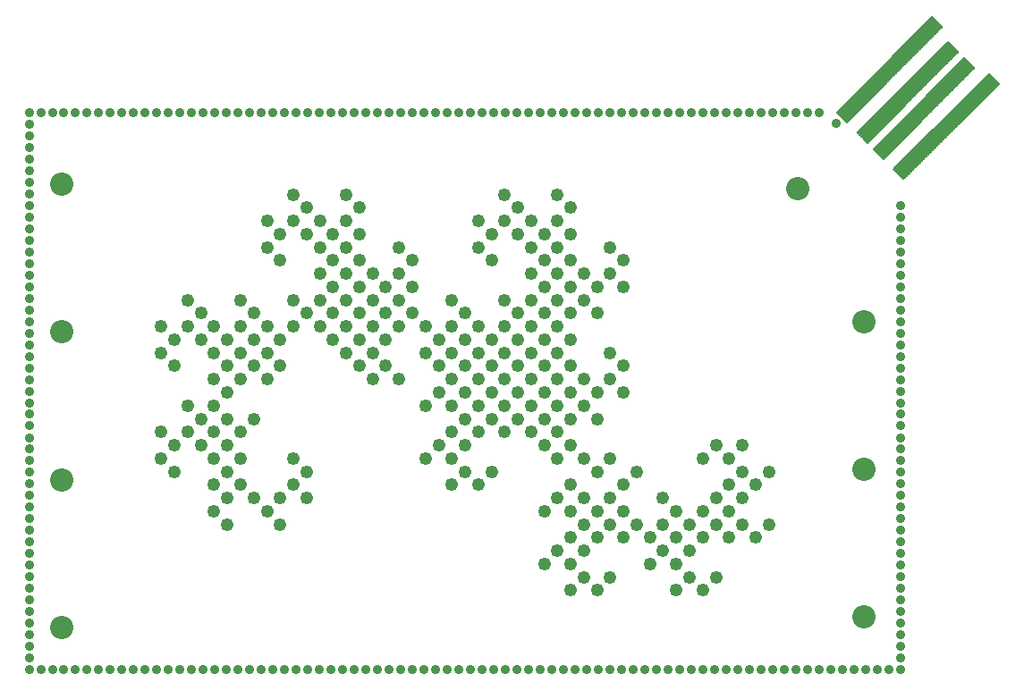
<source format=gts>
G75*
G70*
%OFA0B0*%
%FSLAX24Y24*%
%IPPOS*%
%LPD*%
%AMOC8*
5,1,8,0,0,1.08239X$1,22.5*
%
%ADD10C,0.0492*%
%ADD11C,0.0867*%
%ADD12C,0.0513*%
%ADD13C,0.0058*%
%ADD14C,0.0350*%
D10*
X026593Y025293D03*
X026100Y025785D03*
X026593Y026278D03*
X027085Y026770D03*
X027577Y026278D03*
X028069Y025785D03*
X028561Y025293D03*
X028561Y026278D03*
X029053Y026770D03*
X029545Y027262D03*
X029053Y027754D03*
X029545Y026278D03*
X027085Y027754D03*
X026593Y028246D03*
X027085Y028738D03*
X027577Y029230D03*
X026593Y029230D03*
X026100Y028738D03*
X025608Y028246D03*
X025116Y028738D03*
X024624Y028246D03*
X024132Y027754D03*
X024624Y027262D03*
X026100Y027754D03*
X026593Y027262D03*
X026100Y026770D03*
X024132Y028738D03*
X025116Y029722D03*
X025608Y029230D03*
X026100Y029722D03*
X026593Y030215D03*
X027085Y030707D03*
X027577Y031199D03*
X028069Y031691D03*
X028561Y032183D03*
X028069Y032675D03*
X027577Y032183D03*
X027085Y031691D03*
X026593Y032183D03*
X027085Y032675D03*
X027577Y033167D03*
X027085Y033659D03*
X026100Y032675D03*
X025608Y032183D03*
X025116Y032675D03*
X024624Y032183D03*
X024132Y031691D03*
X024624Y031199D03*
X026100Y031691D03*
X026593Y031199D03*
X026100Y030707D03*
X028069Y030707D03*
X028561Y031199D03*
X029053Y032675D03*
X029545Y033167D03*
X030037Y032675D03*
X030530Y032183D03*
X031022Y031691D03*
X031514Y032183D03*
X032006Y031691D03*
X032498Y032183D03*
X032006Y032675D03*
X032498Y033167D03*
X032990Y032675D03*
X033482Y033167D03*
X033974Y032675D03*
X034467Y032183D03*
X034959Y031691D03*
X035451Y032183D03*
X035943Y031691D03*
X036435Y032183D03*
X036927Y031691D03*
X036435Y031199D03*
X035943Y030707D03*
X035451Y031199D03*
X034959Y030707D03*
X035451Y030215D03*
X035943Y029722D03*
X036435Y029230D03*
X035943Y028738D03*
X035451Y028246D03*
X034959Y027754D03*
X035451Y027262D03*
X035943Y026770D03*
X036435Y027262D03*
X034959Y026770D03*
X033974Y027754D03*
X034467Y028246D03*
X034959Y028738D03*
X035451Y029230D03*
X034959Y029722D03*
X034467Y030215D03*
X033974Y029722D03*
X032990Y030707D03*
X032498Y031199D03*
X032006Y030707D03*
X031514Y031199D03*
X031022Y032675D03*
X031514Y033167D03*
X032006Y033659D03*
X032498Y034152D03*
X032006Y034644D03*
X031514Y035136D03*
X031022Y035628D03*
X031514Y036120D03*
X031022Y036612D03*
X031514Y037104D03*
X031022Y037596D03*
X030037Y036612D03*
X029545Y036120D03*
X029053Y036612D03*
X028561Y036120D03*
X028069Y035628D03*
X028561Y035136D03*
X028069Y036612D03*
X029053Y037596D03*
X029545Y037104D03*
X030530Y036120D03*
X030037Y035628D03*
X030530Y035136D03*
X031022Y034644D03*
X031514Y034152D03*
X031022Y033659D03*
X030530Y033167D03*
X030037Y033659D03*
X030530Y034152D03*
X030037Y034644D03*
X029053Y033659D03*
X025608Y033167D03*
X025116Y033659D03*
X024132Y032675D03*
X032990Y033659D03*
X033482Y034152D03*
X032990Y034644D03*
X033482Y035136D03*
X032990Y035628D03*
X034959Y033659D03*
X035451Y033167D03*
X035943Y032675D03*
X036927Y032675D03*
X037419Y032183D03*
X037911Y031691D03*
X037419Y031199D03*
X036927Y030707D03*
X036435Y030215D03*
X036927Y029722D03*
X037419Y029230D03*
X036927Y028738D03*
X037911Y028738D03*
X038404Y028246D03*
X038896Y027754D03*
X039388Y028246D03*
X039880Y027754D03*
X040372Y027262D03*
X040864Y027754D03*
X041356Y026770D03*
X041848Y027262D03*
X040864Y026278D03*
X040372Y025785D03*
X039880Y025293D03*
X040372Y024801D03*
X039880Y024309D03*
X039388Y023817D03*
X039880Y023325D03*
X040372Y022833D03*
X040864Y023325D03*
X041356Y024801D03*
X040864Y025293D03*
X041356Y025785D03*
X041848Y025293D03*
X042341Y024801D03*
X042833Y024309D03*
X043325Y023817D03*
X043817Y024309D03*
X044309Y024801D03*
X043817Y025293D03*
X043325Y024801D03*
X042833Y025293D03*
X043325Y025785D03*
X042833Y026278D03*
X044309Y025785D03*
X044801Y025293D03*
X045293Y024801D03*
X045785Y025293D03*
X045293Y025785D03*
X044801Y026278D03*
X045293Y026770D03*
X045785Y027262D03*
X045293Y027754D03*
X044801Y028246D03*
X044309Y027754D03*
X045785Y028246D03*
X046770Y027262D03*
X046278Y026770D03*
X045785Y026278D03*
X046770Y025293D03*
X046278Y024801D03*
X044801Y023325D03*
X044309Y022833D03*
X043817Y023325D03*
X043325Y022833D03*
X042341Y023817D03*
X039388Y024801D03*
X038896Y024309D03*
X038404Y023817D03*
X039388Y022833D03*
X039388Y025785D03*
X039880Y026278D03*
X039388Y026770D03*
X038896Y026278D03*
X038404Y025785D03*
X038896Y028738D03*
X039388Y029230D03*
X039880Y029722D03*
X040372Y029230D03*
X040372Y030215D03*
X039880Y030707D03*
X039388Y031199D03*
X038896Y031691D03*
X039388Y032183D03*
X038896Y032675D03*
X039388Y033167D03*
X039880Y033659D03*
X040372Y033167D03*
X040372Y034152D03*
X039880Y034644D03*
X039388Y035136D03*
X038896Y035628D03*
X039388Y036120D03*
X038896Y036612D03*
X039388Y037104D03*
X038896Y037596D03*
X037911Y036612D03*
X037419Y036120D03*
X036927Y036612D03*
X036435Y036120D03*
X035943Y035628D03*
X036435Y035136D03*
X035943Y036612D03*
X036927Y037596D03*
X037419Y037104D03*
X038404Y036120D03*
X037911Y035628D03*
X038404Y035136D03*
X038896Y034644D03*
X039388Y034152D03*
X038896Y033659D03*
X038404Y033167D03*
X037911Y032675D03*
X037419Y033167D03*
X036927Y033659D03*
X037911Y033659D03*
X038404Y034152D03*
X037911Y034644D03*
X040864Y034644D03*
X041356Y035136D03*
X040864Y035628D03*
X041356Y034152D03*
X040864Y031691D03*
X041356Y031199D03*
X040864Y030707D03*
X041356Y030215D03*
X039388Y030215D03*
X038896Y030707D03*
X038404Y031199D03*
X037911Y030707D03*
X037419Y030215D03*
X037911Y029722D03*
X038404Y029230D03*
X038896Y029722D03*
X038404Y030215D03*
X038404Y032183D03*
X034959Y032675D03*
X033974Y031691D03*
X034467Y031199D03*
D11*
X047862Y037823D03*
X050303Y032862D03*
X050303Y027350D03*
X050303Y021839D03*
X020421Y021445D03*
X020421Y026957D03*
X020421Y032469D03*
X020421Y037980D03*
D12*
X020421Y037980D03*
X020421Y032469D03*
X020421Y026957D03*
X020421Y021445D03*
X047862Y037823D03*
X050303Y032862D03*
X050303Y027350D03*
X050303Y021839D03*
D13*
X051800Y038167D02*
X051430Y038537D01*
X054980Y042087D01*
X055350Y041717D01*
X051800Y038167D01*
X051857Y038224D02*
X051743Y038224D01*
X051686Y038281D02*
X051914Y038281D01*
X051971Y038338D02*
X051629Y038338D01*
X051572Y038395D02*
X052028Y038395D01*
X052085Y038452D02*
X051515Y038452D01*
X051458Y038509D02*
X052142Y038509D01*
X052199Y038566D02*
X051459Y038566D01*
X051516Y038623D02*
X052256Y038623D01*
X052313Y038680D02*
X051573Y038680D01*
X051630Y038737D02*
X052370Y038737D01*
X052427Y038794D02*
X051687Y038794D01*
X051744Y038851D02*
X052484Y038851D01*
X052541Y038908D02*
X051801Y038908D01*
X051858Y038965D02*
X052598Y038965D01*
X052655Y039022D02*
X051915Y039022D01*
X051972Y039079D02*
X052712Y039079D01*
X052769Y039136D02*
X052029Y039136D01*
X052086Y039193D02*
X052826Y039193D01*
X052883Y039250D02*
X052143Y039250D01*
X052200Y039307D02*
X052940Y039307D01*
X052997Y039364D02*
X052257Y039364D01*
X052314Y039421D02*
X053054Y039421D01*
X053111Y039478D02*
X052371Y039478D01*
X052428Y039535D02*
X053168Y039535D01*
X053225Y039592D02*
X052485Y039592D01*
X052542Y039649D02*
X053282Y039649D01*
X053339Y039706D02*
X052599Y039706D01*
X052656Y039763D02*
X053396Y039763D01*
X053453Y039820D02*
X052713Y039820D01*
X052770Y039877D02*
X053510Y039877D01*
X053567Y039934D02*
X052827Y039934D01*
X052884Y039991D02*
X053624Y039991D01*
X053681Y040048D02*
X052941Y040048D01*
X052998Y040105D02*
X053738Y040105D01*
X053795Y040162D02*
X053055Y040162D01*
X053112Y040219D02*
X053852Y040219D01*
X053909Y040276D02*
X053169Y040276D01*
X053226Y040333D02*
X053966Y040333D01*
X054023Y040390D02*
X053283Y040390D01*
X053340Y040447D02*
X054080Y040447D01*
X054137Y040504D02*
X053397Y040504D01*
X053454Y040561D02*
X054194Y040561D01*
X054251Y040618D02*
X053511Y040618D01*
X053568Y040675D02*
X054308Y040675D01*
X054365Y040732D02*
X053625Y040732D01*
X053682Y040789D02*
X054422Y040789D01*
X054479Y040846D02*
X053739Y040846D01*
X053796Y040903D02*
X054536Y040903D01*
X054593Y040960D02*
X053853Y040960D01*
X053910Y041017D02*
X054650Y041017D01*
X054707Y041074D02*
X053967Y041074D01*
X054024Y041131D02*
X054764Y041131D01*
X054821Y041188D02*
X054081Y041188D01*
X054138Y041245D02*
X054878Y041245D01*
X054935Y041302D02*
X054195Y041302D01*
X054252Y041359D02*
X054992Y041359D01*
X055049Y041416D02*
X054309Y041416D01*
X054366Y041473D02*
X055106Y041473D01*
X055163Y041530D02*
X054423Y041530D01*
X054480Y041587D02*
X055220Y041587D01*
X055277Y041644D02*
X054537Y041644D01*
X054594Y041701D02*
X055334Y041701D01*
X055309Y041758D02*
X054651Y041758D01*
X054708Y041815D02*
X055252Y041815D01*
X055195Y041872D02*
X054765Y041872D01*
X054822Y041929D02*
X055138Y041929D01*
X055081Y041986D02*
X054879Y041986D01*
X054936Y042043D02*
X055024Y042043D01*
X051040Y038928D02*
X050671Y039297D01*
X054044Y042670D01*
X054413Y042301D01*
X051040Y038928D01*
X051097Y038985D02*
X050983Y038985D01*
X050926Y039042D02*
X051154Y039042D01*
X051211Y039099D02*
X050869Y039099D01*
X050812Y039156D02*
X051268Y039156D01*
X051325Y039213D02*
X050755Y039213D01*
X050698Y039270D02*
X051382Y039270D01*
X051439Y039327D02*
X050701Y039327D01*
X050758Y039384D02*
X051496Y039384D01*
X051553Y039441D02*
X050815Y039441D01*
X050872Y039498D02*
X051610Y039498D01*
X051667Y039555D02*
X050929Y039555D01*
X050986Y039612D02*
X051724Y039612D01*
X051781Y039669D02*
X051043Y039669D01*
X051100Y039726D02*
X051838Y039726D01*
X051895Y039783D02*
X051157Y039783D01*
X051214Y039840D02*
X051952Y039840D01*
X052009Y039897D02*
X051271Y039897D01*
X051328Y039954D02*
X052066Y039954D01*
X052123Y040011D02*
X051385Y040011D01*
X051442Y040068D02*
X052180Y040068D01*
X052237Y040125D02*
X051499Y040125D01*
X051556Y040182D02*
X052294Y040182D01*
X052351Y040239D02*
X051613Y040239D01*
X051670Y040296D02*
X052408Y040296D01*
X052465Y040353D02*
X051727Y040353D01*
X051784Y040410D02*
X052522Y040410D01*
X052579Y040467D02*
X051841Y040467D01*
X051898Y040524D02*
X052636Y040524D01*
X052693Y040581D02*
X051955Y040581D01*
X052012Y040638D02*
X052750Y040638D01*
X052807Y040695D02*
X052069Y040695D01*
X052126Y040752D02*
X052864Y040752D01*
X052921Y040809D02*
X052183Y040809D01*
X052240Y040866D02*
X052978Y040866D01*
X053035Y040923D02*
X052297Y040923D01*
X052354Y040980D02*
X053092Y040980D01*
X053149Y041037D02*
X052411Y041037D01*
X052468Y041094D02*
X053206Y041094D01*
X053263Y041151D02*
X052525Y041151D01*
X052582Y041208D02*
X053320Y041208D01*
X053377Y041265D02*
X052639Y041265D01*
X052696Y041322D02*
X053434Y041322D01*
X053491Y041379D02*
X052753Y041379D01*
X052810Y041436D02*
X053548Y041436D01*
X053605Y041493D02*
X052867Y041493D01*
X052924Y041550D02*
X053662Y041550D01*
X053719Y041607D02*
X052981Y041607D01*
X053038Y041664D02*
X053776Y041664D01*
X053833Y041721D02*
X053095Y041721D01*
X053152Y041778D02*
X053890Y041778D01*
X053947Y041835D02*
X053209Y041835D01*
X053266Y041892D02*
X054004Y041892D01*
X054061Y041949D02*
X053323Y041949D01*
X053380Y042006D02*
X054118Y042006D01*
X054175Y042063D02*
X053437Y042063D01*
X053494Y042120D02*
X054232Y042120D01*
X054289Y042177D02*
X053551Y042177D01*
X053608Y042234D02*
X054346Y042234D01*
X054403Y042291D02*
X053665Y042291D01*
X053722Y042348D02*
X054366Y042348D01*
X054309Y042405D02*
X053779Y042405D01*
X053836Y042462D02*
X054252Y042462D01*
X054195Y042519D02*
X053893Y042519D01*
X053950Y042576D02*
X054138Y042576D01*
X054081Y042633D02*
X054007Y042633D01*
X050439Y039529D02*
X050070Y039898D01*
X053443Y043271D01*
X053812Y042902D01*
X050439Y039529D01*
X050496Y039586D02*
X050382Y039586D01*
X050325Y039643D02*
X050553Y039643D01*
X050610Y039700D02*
X050268Y039700D01*
X050211Y039757D02*
X050667Y039757D01*
X050724Y039814D02*
X050154Y039814D01*
X050097Y039871D02*
X050781Y039871D01*
X050838Y039928D02*
X050100Y039928D01*
X050157Y039985D02*
X050895Y039985D01*
X050952Y040042D02*
X050214Y040042D01*
X050271Y040099D02*
X051009Y040099D01*
X051066Y040156D02*
X050328Y040156D01*
X050385Y040213D02*
X051123Y040213D01*
X051180Y040270D02*
X050442Y040270D01*
X050499Y040327D02*
X051237Y040327D01*
X051294Y040384D02*
X050556Y040384D01*
X050613Y040441D02*
X051351Y040441D01*
X051408Y040498D02*
X050670Y040498D01*
X050727Y040555D02*
X051465Y040555D01*
X051522Y040612D02*
X050784Y040612D01*
X050841Y040669D02*
X051579Y040669D01*
X051636Y040726D02*
X050898Y040726D01*
X050955Y040783D02*
X051693Y040783D01*
X051750Y040840D02*
X051012Y040840D01*
X051069Y040897D02*
X051807Y040897D01*
X051864Y040954D02*
X051126Y040954D01*
X051183Y041011D02*
X051921Y041011D01*
X051978Y041068D02*
X051240Y041068D01*
X051297Y041125D02*
X052035Y041125D01*
X052092Y041182D02*
X051354Y041182D01*
X051411Y041239D02*
X052149Y041239D01*
X052206Y041296D02*
X051468Y041296D01*
X051525Y041353D02*
X052263Y041353D01*
X052320Y041410D02*
X051582Y041410D01*
X051639Y041467D02*
X052377Y041467D01*
X052434Y041524D02*
X051696Y041524D01*
X051753Y041581D02*
X052491Y041581D01*
X052548Y041638D02*
X051810Y041638D01*
X051867Y041695D02*
X052605Y041695D01*
X052662Y041752D02*
X051924Y041752D01*
X051981Y041809D02*
X052719Y041809D01*
X052776Y041866D02*
X052038Y041866D01*
X052095Y041923D02*
X052833Y041923D01*
X052890Y041980D02*
X052152Y041980D01*
X052209Y042037D02*
X052947Y042037D01*
X053004Y042094D02*
X052266Y042094D01*
X052323Y042151D02*
X053061Y042151D01*
X053118Y042208D02*
X052380Y042208D01*
X052437Y042265D02*
X053175Y042265D01*
X053232Y042322D02*
X052494Y042322D01*
X052551Y042379D02*
X053289Y042379D01*
X053346Y042436D02*
X052608Y042436D01*
X052665Y042493D02*
X053403Y042493D01*
X053460Y042550D02*
X052722Y042550D01*
X052779Y042607D02*
X053517Y042607D01*
X053574Y042664D02*
X052836Y042664D01*
X052893Y042721D02*
X053631Y042721D01*
X053688Y042778D02*
X052950Y042778D01*
X053007Y042835D02*
X053745Y042835D01*
X053802Y042892D02*
X053064Y042892D01*
X053121Y042949D02*
X053765Y042949D01*
X053708Y043006D02*
X053178Y043006D01*
X053235Y043063D02*
X053651Y043063D01*
X053594Y043120D02*
X053292Y043120D01*
X053349Y043177D02*
X053537Y043177D01*
X053480Y043234D02*
X053406Y043234D01*
X049679Y040289D02*
X049309Y040659D01*
X052859Y044209D01*
X053229Y043839D01*
X049679Y040289D01*
X049736Y040346D02*
X049622Y040346D01*
X049565Y040403D02*
X049793Y040403D01*
X049850Y040460D02*
X049508Y040460D01*
X049451Y040517D02*
X049907Y040517D01*
X049964Y040574D02*
X049394Y040574D01*
X049337Y040631D02*
X050021Y040631D01*
X050078Y040688D02*
X049338Y040688D01*
X049395Y040745D02*
X050135Y040745D01*
X050192Y040802D02*
X049452Y040802D01*
X049509Y040859D02*
X050249Y040859D01*
X050306Y040916D02*
X049566Y040916D01*
X049623Y040973D02*
X050363Y040973D01*
X050420Y041030D02*
X049680Y041030D01*
X049737Y041087D02*
X050477Y041087D01*
X050534Y041144D02*
X049794Y041144D01*
X049851Y041201D02*
X050591Y041201D01*
X050648Y041258D02*
X049908Y041258D01*
X049965Y041315D02*
X050705Y041315D01*
X050762Y041372D02*
X050022Y041372D01*
X050079Y041429D02*
X050819Y041429D01*
X050876Y041486D02*
X050136Y041486D01*
X050193Y041543D02*
X050933Y041543D01*
X050990Y041600D02*
X050250Y041600D01*
X050307Y041657D02*
X051047Y041657D01*
X051104Y041714D02*
X050364Y041714D01*
X050421Y041771D02*
X051161Y041771D01*
X051218Y041828D02*
X050478Y041828D01*
X050535Y041885D02*
X051275Y041885D01*
X051332Y041942D02*
X050592Y041942D01*
X050649Y041999D02*
X051389Y041999D01*
X051446Y042056D02*
X050706Y042056D01*
X050763Y042113D02*
X051503Y042113D01*
X051560Y042170D02*
X050820Y042170D01*
X050877Y042227D02*
X051617Y042227D01*
X051674Y042284D02*
X050934Y042284D01*
X050991Y042341D02*
X051731Y042341D01*
X051788Y042398D02*
X051048Y042398D01*
X051105Y042455D02*
X051845Y042455D01*
X051902Y042512D02*
X051162Y042512D01*
X051219Y042569D02*
X051959Y042569D01*
X052016Y042626D02*
X051276Y042626D01*
X051333Y042683D02*
X052073Y042683D01*
X052130Y042740D02*
X051390Y042740D01*
X051447Y042797D02*
X052187Y042797D01*
X052244Y042854D02*
X051504Y042854D01*
X051561Y042911D02*
X052301Y042911D01*
X052358Y042968D02*
X051618Y042968D01*
X051675Y043025D02*
X052415Y043025D01*
X052472Y043082D02*
X051732Y043082D01*
X051789Y043139D02*
X052529Y043139D01*
X052586Y043196D02*
X051846Y043196D01*
X051903Y043253D02*
X052643Y043253D01*
X052700Y043310D02*
X051960Y043310D01*
X052017Y043367D02*
X052757Y043367D01*
X052814Y043424D02*
X052074Y043424D01*
X052131Y043481D02*
X052871Y043481D01*
X052928Y043538D02*
X052188Y043538D01*
X052245Y043595D02*
X052985Y043595D01*
X053042Y043652D02*
X052302Y043652D01*
X052359Y043709D02*
X053099Y043709D01*
X053156Y043766D02*
X052416Y043766D01*
X052473Y043823D02*
X053213Y043823D01*
X053188Y043880D02*
X052530Y043880D01*
X052587Y043937D02*
X053131Y043937D01*
X053074Y043994D02*
X052644Y043994D01*
X052701Y044051D02*
X053017Y044051D01*
X052960Y044108D02*
X052758Y044108D01*
X052815Y044165D02*
X052903Y044165D01*
D14*
X019201Y019870D03*
X019634Y019870D03*
X020067Y019870D03*
X020500Y019870D03*
X020933Y019870D03*
X021366Y019870D03*
X021799Y019870D03*
X022232Y019870D03*
X022665Y019870D03*
X023098Y019870D03*
X023531Y019870D03*
X023965Y019870D03*
X024398Y019870D03*
X024831Y019870D03*
X025264Y019870D03*
X025697Y019870D03*
X026130Y019870D03*
X026563Y019870D03*
X026996Y019870D03*
X027429Y019870D03*
X027862Y019870D03*
X028295Y019870D03*
X028728Y019870D03*
X029161Y019870D03*
X029594Y019870D03*
X030028Y019870D03*
X030461Y019870D03*
X030894Y019870D03*
X031327Y019870D03*
X031760Y019870D03*
X032193Y019870D03*
X032626Y019870D03*
X033059Y019870D03*
X033492Y019870D03*
X033925Y019870D03*
X034358Y019870D03*
X034791Y019870D03*
X035224Y019870D03*
X035657Y019870D03*
X036091Y019870D03*
X036524Y019870D03*
X036957Y019870D03*
X037390Y019870D03*
X037823Y019870D03*
X038256Y019870D03*
X038689Y019870D03*
X039122Y019870D03*
X039555Y019870D03*
X039988Y019870D03*
X040421Y019870D03*
X040854Y019870D03*
X041287Y019870D03*
X041720Y019870D03*
X042154Y019870D03*
X042587Y019870D03*
X043020Y019870D03*
X043453Y019870D03*
X043886Y019870D03*
X044319Y019870D03*
X044752Y019870D03*
X045185Y019870D03*
X045618Y019870D03*
X046051Y019870D03*
X046484Y019870D03*
X046917Y019870D03*
X047350Y019870D03*
X047783Y019870D03*
X048217Y019870D03*
X048650Y019870D03*
X049083Y019870D03*
X049516Y019870D03*
X049949Y019870D03*
X050382Y019870D03*
X050815Y019870D03*
X051248Y019870D03*
X051681Y019870D03*
X051681Y020303D03*
X051681Y020736D03*
X051681Y021169D03*
X051681Y021602D03*
X051681Y022035D03*
X051681Y022469D03*
X051681Y022902D03*
X051681Y023335D03*
X051681Y023768D03*
X051681Y024201D03*
X051681Y024634D03*
X051681Y025067D03*
X051681Y025500D03*
X051681Y025933D03*
X051681Y026366D03*
X051681Y026799D03*
X051681Y027232D03*
X051681Y027665D03*
X051681Y028098D03*
X051681Y028531D03*
X051681Y028965D03*
X051681Y029398D03*
X051681Y029831D03*
X051681Y030264D03*
X051681Y030697D03*
X051681Y031130D03*
X051681Y031563D03*
X051681Y031996D03*
X051681Y032429D03*
X051681Y032862D03*
X051681Y033295D03*
X051681Y033728D03*
X051681Y034161D03*
X051681Y034594D03*
X051681Y035028D03*
X051681Y035461D03*
X051681Y035894D03*
X051681Y036327D03*
X051681Y036760D03*
X051681Y037193D03*
X049280Y040259D03*
X048650Y040657D03*
X048217Y040657D03*
X047783Y040657D03*
X047350Y040657D03*
X046917Y040657D03*
X046484Y040657D03*
X046051Y040657D03*
X045618Y040657D03*
X045185Y040657D03*
X044752Y040657D03*
X044319Y040657D03*
X043886Y040657D03*
X043453Y040657D03*
X043020Y040657D03*
X042587Y040657D03*
X042154Y040657D03*
X041720Y040657D03*
X041287Y040657D03*
X040854Y040657D03*
X040421Y040657D03*
X039988Y040657D03*
X039555Y040657D03*
X039122Y040657D03*
X038689Y040657D03*
X038256Y040657D03*
X037823Y040657D03*
X037390Y040657D03*
X036957Y040657D03*
X036524Y040657D03*
X036091Y040657D03*
X035657Y040657D03*
X035224Y040657D03*
X034791Y040657D03*
X034358Y040657D03*
X033925Y040657D03*
X033492Y040657D03*
X033059Y040657D03*
X032626Y040657D03*
X032193Y040657D03*
X031760Y040657D03*
X031327Y040657D03*
X030894Y040657D03*
X030461Y040657D03*
X030028Y040657D03*
X029594Y040657D03*
X029161Y040657D03*
X028728Y040657D03*
X028295Y040657D03*
X027862Y040657D03*
X027429Y040657D03*
X026996Y040657D03*
X026563Y040657D03*
X026130Y040657D03*
X025697Y040657D03*
X025264Y040657D03*
X024831Y040657D03*
X024398Y040657D03*
X023965Y040657D03*
X023531Y040657D03*
X023098Y040657D03*
X022665Y040657D03*
X022232Y040657D03*
X021799Y040657D03*
X021366Y040657D03*
X020933Y040657D03*
X020500Y040657D03*
X020067Y040657D03*
X019634Y040657D03*
X019201Y040657D03*
X019201Y040224D03*
X019201Y039791D03*
X019201Y039358D03*
X019201Y038925D03*
X019201Y038492D03*
X019201Y038059D03*
X019201Y037626D03*
X019201Y037193D03*
X019201Y036760D03*
X019201Y036327D03*
X019201Y035894D03*
X019201Y035461D03*
X019201Y035028D03*
X019201Y034594D03*
X019201Y034161D03*
X019201Y033728D03*
X019201Y033295D03*
X019201Y032862D03*
X019201Y032429D03*
X019201Y031996D03*
X019201Y031563D03*
X019201Y031130D03*
X019201Y030697D03*
X019201Y030264D03*
X019201Y029831D03*
X019201Y029398D03*
X019201Y028965D03*
X019201Y028531D03*
X019201Y028098D03*
X019201Y027665D03*
X019201Y027232D03*
X019201Y026799D03*
X019201Y026366D03*
X019201Y025933D03*
X019201Y025500D03*
X019201Y025067D03*
X019201Y024634D03*
X019201Y024201D03*
X019201Y023768D03*
X019201Y023335D03*
X019201Y022902D03*
X019201Y022469D03*
X019201Y022035D03*
X019201Y021602D03*
X019201Y021169D03*
X019201Y020736D03*
X019201Y020303D03*
M02*

</source>
